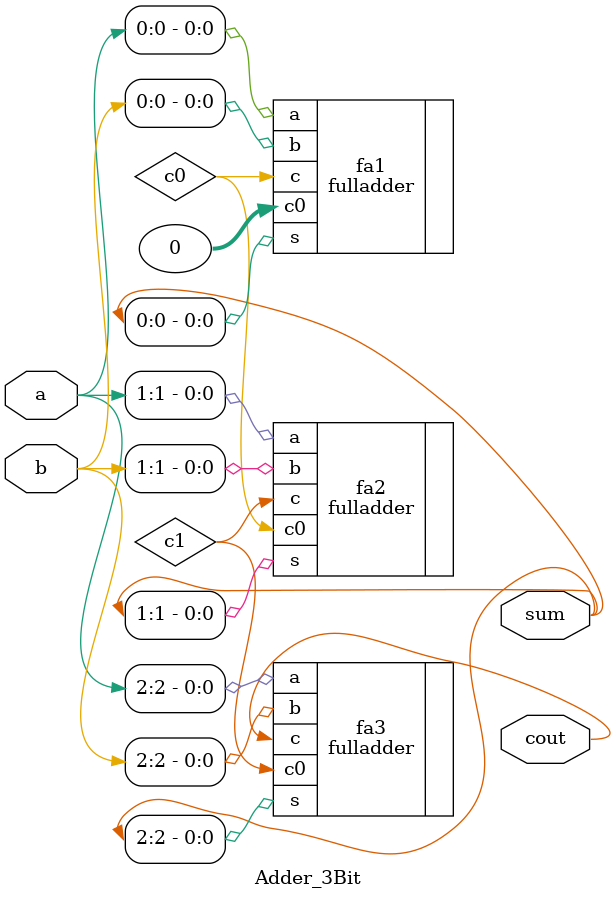
<source format=v>
`timescale 1ns / 1ps



module Adder_3Bit(a, b, sum, cout);
    input [2:0] a, b;
    output [2:0] sum;
    output cout;

    wire c0, c1;

    fulladder fa1(.a(a[0]), .b(b[0]), .c0(0), .s(sum[0]), .c(c0));
    fulladder fa2(.a(a[1]), .b(b[1]), .c0(c0), .s(sum[1]), .c(c1));
    fulladder fa3(.a(a[2]), .b(b[2]), .c0(c1), .s(sum[2]), .c(cout));

endmodule

</source>
